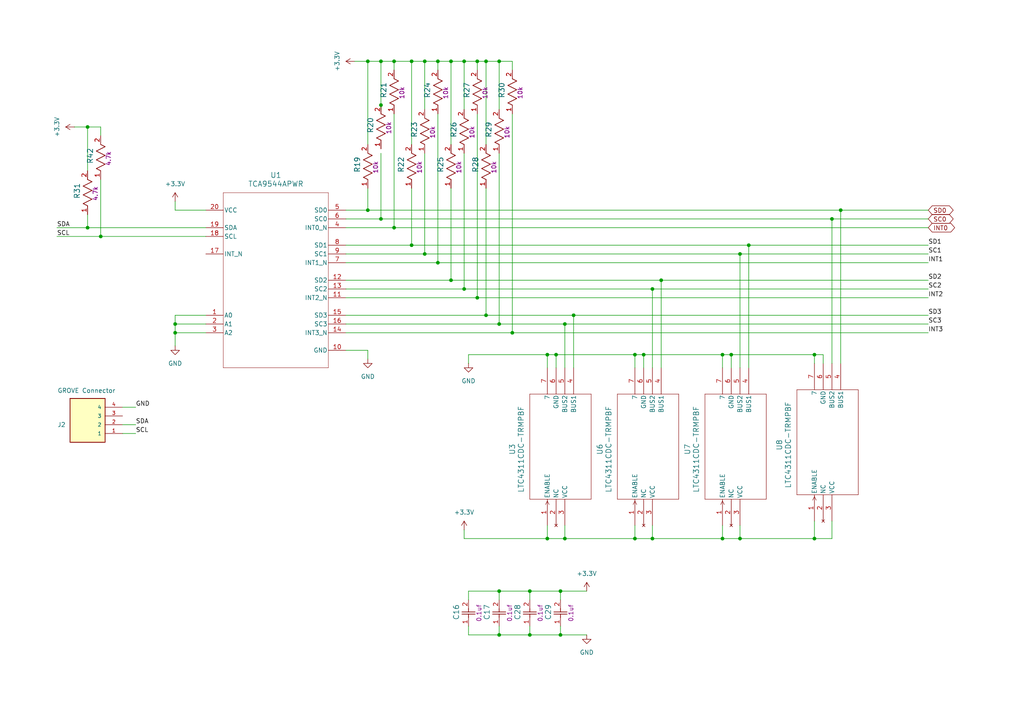
<source format=kicad_sch>
(kicad_sch (version 20250114) (generator "eeschema") (generator_version "9.0")
  (paper "A4")
  (lib_symbols
    (symbol "110990030:110990030" (pin_names (offset 1.016))
      (property "Reference" "J" (at -5.08 5.842 0))
      (property "Value" "110990030" (at -5.08 -8.382 0))
      (symbol "110990030_0_0"
        (rectangle (start -5.08 -7.62) (end 5.08 5.08) (stroke (width 0.254)) (fill (type background)))
        (pin passive line (at -10.16 2.54 0) (length 5.08) (name "1") (number "1"))
        (pin passive line (at -10.16 0 0) (length 5.08) (name "2") (number "2"))
        (pin passive line (at -10.16 -2.54 0) (length 5.08) (name "3") (number "3"))
        (pin passive line (at -10.16 -5.08 0) (length 5.08) (name "4") (number "4"))
      )
    )
    (symbol "2025-04-05_21-56-13:RC0402FR-07820RL" (pin_names (offset 0.254))
      (property "Reference" "R" (at 5.715 3.81 0))
      (property "Value" "RC0402FR-07820RL" (at 6.35 -3.81 0))
      (symbol "RC0402FR-07820RL_1_1"
        (polyline (pts (xy 2.54 0) (xy 3.175 1.27)) (stroke (width 0.2032)))
        (polyline (pts (xy 3.175 1.27) (xy 4.445 -1.27)) (stroke (width 0.2032)))
        (polyline (pts (xy 4.445 -1.27) (xy 5.715 1.27)) (stroke (width 0.2032)))
        (polyline (pts (xy 5.715 1.27) (xy 6.985 -1.27)) (stroke (width 0.2032)))
        (polyline (pts (xy 6.985 -1.27) (xy 8.255 1.27)) (stroke (width 0.2032)))
        (polyline (pts (xy 8.255 1.27) (xy 9.525 -1.27)) (stroke (width 0.2032)))
        (polyline (pts (xy 9.525 -1.27) (xy 10.16 0)) (stroke (width 0.2032)))
        (pin unspecified line (at 0 0 0) (length 2.54) (name "") (number "1"))
        (pin unspecified line (at 12.7 0 180) (length 2.54) (name "") (number "2"))
      )
      (symbol "RC0402FR-07820RL_1_2"
        (polyline (pts (xy -1.27 8.255) (xy 1.27 9.525)) (stroke (width 0.2032)))
        (polyline (pts (xy -1.27 5.715) (xy 1.27 6.985)) (stroke (width 0.2032)))
        (polyline (pts (xy -1.27 3.175) (xy 1.27 4.445)) (stroke (width 0.2032)))
        (polyline (pts (xy 0 2.54) (xy -1.27 3.175)) (stroke (width 0.2032)))
        (polyline (pts (xy 1.27 9.525) (xy 0 10.16)) (stroke (width 0.2032)))
        (polyline (pts (xy 1.27 6.985) (xy -1.27 8.255)) (stroke (width 0.2032)))
        (polyline (pts (xy 1.27 4.445) (xy -1.27 5.715)) (stroke (width 0.2032)))
        (pin unspecified line (at 0 12.7 270) (length 2.54) (name "") (number "1"))
        (pin unspecified line (at 0 0 90) (length 2.54) (name "") (number "2"))
      )
    )
    (symbol "2025-04-20_15-51-24:NMC0402X7R104K50TRPF" (pin_names (offset 0.254))
      (property "Reference" "C" (at 3.81 3.81 0))
      (property "Value" "NMC0402X7R103K16TRP" (at 3.81 -3.81 0))
      (symbol "NMC0402X7R104K50TRPF_1_1"
        (polyline (pts (xy 2.54 0) (xy 3.4798 0)) (stroke (width 0.2032)))
        (polyline (pts (xy 3.4798 -1.905) (xy 3.4798 1.905)) (stroke (width 0.2032)))
        (polyline (pts (xy 4.1148 0) (xy 5.08 0)) (stroke (width 0.2032)))
        (polyline (pts (xy 4.1148 -1.905) (xy 4.1148 1.905)) (stroke (width 0.2032)))
        (pin unspecified line (at 0 0 0) (length 2.54) (name "") (number "1"))
        (pin unspecified line (at 7.62 0 180) (length 2.54) (name "") (number "2"))
      )
      (symbol "NMC0402X7R104K50TRPF_1_2"
        (polyline (pts (xy -1.905 -3.4798) (xy 1.905 -3.4798)) (stroke (width 0.2032)))
        (polyline (pts (xy -1.905 -4.1148) (xy 1.905 -4.1148)) (stroke (width 0.2032)))
        (polyline (pts (xy 0 -2.54) (xy 0 -3.4798)) (stroke (width 0.2032)))
        (polyline (pts (xy 0 -4.1148) (xy 0 -5.08)) (stroke (width 0.2032)))
        (pin unspecified line (at 0 0 270) (length 2.54) (name "") (number "1"))
        (pin unspecified line (at 0 -7.62 90) (length 2.54) (name "") (number "2"))
      )
    )
    (symbol "2025-04-24_15-50-08:TCA9544APWR" (pin_names (offset 0.254))
      (property "Reference" "U" (at 0 2.54 0))
      (property "Value" "TCA9544APWR" (at 0 0 0))
      (symbol "TCA9544APWR_0_1"
        (polyline (pts (xy -15.24 25.4) (xy -15.24 -25.4)) (stroke (width 0.1016)))
        (polyline (pts (xy -15.24 -25.4) (xy 15.24 -25.4)) (stroke (width 0.1016)))
        (polyline (pts (xy 15.24 25.4) (xy -15.24 25.4)) (stroke (width 0.1016)))
        (polyline (pts (xy 15.24 -25.4) (xy 15.24 25.4)) (stroke (width 0.1016)))
        (pin power_in line (at -20.32 20.32 0) (length 5.08) (name "VCC") (number "20"))
        (pin input line (at -20.32 15.24 0) (length 5.08) (name "SDA") (number "19"))
        (pin input line (at -20.32 12.7 0) (length 5.08) (name "SCL") (number "18"))
        (pin output line (at -20.32 7.62 0) (length 5.08) (name "INT_N") (number "17"))
        (pin input line (at -20.32 -10.16 0) (length 5.08) (name "A0") (number "1"))
        (pin input line (at -20.32 -12.7 0) (length 5.08) (name "A1") (number "2"))
        (pin input line (at -20.32 -15.24 0) (length 5.08) (name "A2") (number "3"))
        (pin bidirectional line (at 20.32 20.32 180) (length 5.08) (name "SD0") (number "5"))
        (pin output line (at 20.32 17.78 180) (length 5.08) (name "SC0") (number "6"))
        (pin input line (at 20.32 15.24 180) (length 5.08) (name "INT0_N") (number "4"))
        (pin bidirectional line (at 20.32 10.16 180) (length 5.08) (name "SD1") (number "8"))
        (pin output line (at 20.32 7.62 180) (length 5.08) (name "SC1") (number "9"))
        (pin input line (at 20.32 5.08 180) (length 5.08) (name "INT1_N") (number "7"))
        (pin bidirectional line (at 20.32 0 180) (length 5.08) (name "SD2") (number "12"))
        (pin output line (at 20.32 -2.54 180) (length 5.08) (name "SC2") (number "13"))
        (pin input line (at 20.32 -5.08 180) (length 5.08) (name "INT2_N") (number "11"))
        (pin bidirectional line (at 20.32 -10.16 180) (length 5.08) (name "SD3") (number "15"))
        (pin output line (at 20.32 -12.7 180) (length 5.08) (name "SC3") (number "16"))
        (pin input line (at 20.32 -15.24 180) (length 5.08) (name "INT3_N") (number "14"))
        (pin power_in line (at 20.32 -20.32 180) (length 5.08) (name "GND") (number "10"))
      )
    )
    (symbol "2025-04-26_18-54-02:LTC4311CDC-TRMPBF" (pin_names (offset 0.254))
      (property "Reference" "U" (at 22.86 10.16 0))
      (property "Value" "LTC4311CDC-TRMPBF" (at 22.86 7.62 0))
      (symbol "LTC4311CDC-TRMPBF_0_1"
        (polyline (pts (xy 7.0993 0) (xy 6.0579 0.5207)) (stroke (width 0.127)))
        (polyline (pts (xy 7.0993 0) (xy 6.0579 -0.5207)) (stroke (width 0.127)))
        (polyline (pts (xy 7.62 5.08) (xy 7.62 -12.7)) (stroke (width 0.127)))
        (polyline (pts (xy 7.62 -12.7) (xy 38.1 -12.7)) (stroke (width 0.127)))
        (polyline (pts (xy 38.1 5.08) (xy 7.62 5.08)) (stroke (width 0.127)))
        (polyline (pts (xy 38.1 -12.7) (xy 38.1 5.08)) (stroke (width 0.127)))
        (pin input line (at 0 0 0) (length 7.62) (name "ENABLE") (number "1"))
        (pin no_connect line (at 0 -2.54 0) (length 7.62) (name "NC") (number "2"))
        (pin power_in line (at 0 -5.08 0) (length 7.62) (name "VCC") (number "3"))
        (pin unspecified line (at 45.72 0 180) (length 7.62) (name "7") (number "7"))
        (pin power_in line (at 45.72 -2.54 180) (length 7.62) (name "GND") (number "6"))
        (pin unspecified line (at 45.72 -5.08 180) (length 7.62) (name "BUS2") (number "5"))
        (pin unspecified line (at 45.72 -7.62 180) (length 7.62) (name "BUS1") (number "4"))
      )
    )
    (symbol "power:+3.3V" (power) (pin_numbers (hide yes)) (pin_names (offset 0) (hide yes))
      (property "Value" "+3.3V" (at 0 3.556 0))
      (symbol "+3.3V_0_1"
        (polyline (pts (xy -0.762 1.27) (xy 0 2.54)))
        (polyline (pts (xy 0 2.54) (xy 0.762 1.27)))
        (polyline (pts (xy 0 0) (xy 0 2.54)))
      )
      (symbol "+3.3V_1_1"
        (pin power_in line (at 0 0 90) (length 0) (name "~") (number "1"))
      )
    )
    (symbol "power:GND" (power) (pin_numbers (hide yes)) (pin_names (offset 0) (hide yes))
      (property "Value" "GND" (at 0 -3.81 0))
      (symbol "GND_0_1"
        (polyline (pts (xy 0 0) (xy 0 -1.27) (xy 1.27 -1.27) (xy 0 -2.54) (xy -1.27 -1.27) (xy 0 -1.27)))
      )
      (symbol "GND_1_1"
        (pin power_in line (at 0 0 270) (length 0) (name "~") (number "1"))
      )
    )
  )
  (junction (at 217.17 71.12))
  (junction (at 25.4 36.83))
  (junction (at 144.78 171.45))
  (junction (at 209.55 102.87))
  (junction (at 189.23 156.21))
  (junction (at 144.78 184.15))
  (junction (at 106.68 60.96))
  (junction (at 212.09 102.87))
  (junction (at 163.83 93.98))
  (junction (at 236.22 102.87))
  (junction (at 106.68 17.78))
  (junction (at 214.63 73.66))
  (junction (at 140.97 91.44))
  (junction (at 241.3 63.5))
  (junction (at 189.23 83.82))
  (junction (at 138.43 86.36))
  (junction (at 161.29 102.87))
  (junction (at 214.63 156.21))
  (junction (at 163.83 156.21))
  (junction (at 184.15 156.21))
  (junction (at 153.67 184.15))
  (junction (at 110.49 63.5))
  (junction (at 110.49 30.48))
  (junction (at 191.77 81.28))
  (junction (at 162.56 184.15))
  (junction (at 130.81 17.78))
  (junction (at 134.62 17.78))
  (junction (at 158.75 102.87))
  (junction (at 184.15 102.87))
  (junction (at 134.62 83.82))
  (junction (at 114.3 17.78))
  (junction (at 209.55 156.21))
  (junction (at 127 76.2))
  (junction (at 144.78 17.78))
  (junction (at 186.69 102.87))
  (junction (at 123.19 73.66))
  (junction (at 50.8 93.98))
  (junction (at 153.67 171.45))
  (junction (at 119.38 17.78))
  (junction (at 123.19 17.78))
  (junction (at 158.75 156.21))
  (junction (at 243.84 60.96))
  (junction (at 166.37 91.44))
  (junction (at 162.56 171.45))
  (junction (at 140.97 17.78))
  (junction (at 144.78 93.98))
  (junction (at 130.81 81.28))
  (junction (at 50.8 96.52))
  (junction (at 148.59 96.52))
  (junction (at 236.22 156.21))
  (junction (at 119.38 71.12))
  (junction (at 114.3 66.04))
  (junction (at 138.43 17.78))
  (junction (at 110.49 17.78))
  (junction (at 25.4 66.04))
  (junction (at 127 17.78))
  (junction (at 29.21 68.58))
  (wire (pts (xy 50.8 93.98) (xy 50.8 96.52)))
  (wire (pts (xy 100.33 93.98) (xy 144.78 93.98)))
  (wire (pts (xy 135.89 173.99) (xy 135.89 171.45)))
  (wire (pts (xy 144.78 44.45) (xy 144.78 93.98)))
  (wire (pts (xy 110.49 30.48) (xy 110.49 31.75)))
  (wire (pts (xy 25.4 36.83) (xy 29.21 36.83)))
  (wire (pts (xy 191.77 81.28) (xy 191.77 106.68)))
  (wire (pts (xy 189.23 152.4) (xy 189.23 156.21)))
  (wire (pts (xy 214.63 156.21) (xy 236.22 156.21)))
  (wire (pts (xy 119.38 41.91) (xy 119.38 17.78)))
  (wire (pts (xy 140.97 54.61) (xy 140.97 91.44)))
  (wire (pts (xy 209.55 152.4) (xy 209.55 156.21)))
  (wire (pts (xy 29.21 68.58) (xy 59.69 68.58)))
  (wire (pts (xy 135.89 184.15) (xy 144.78 184.15)))
  (wire (pts (xy 29.21 39.37) (xy 29.21 36.83)))
  (wire (pts (xy 134.62 83.82) (xy 189.23 83.82)))
  (wire (pts (xy 123.19 73.66) (xy 214.63 73.66)))
  (wire (pts (xy 110.49 44.45) (xy 110.49 63.5)))
  (wire (pts (xy 212.09 102.87) (xy 212.09 106.68)))
  (wire (pts (xy 212.09 102.87) (xy 236.22 102.87)))
  (wire (pts (xy 50.8 96.52) (xy 59.69 96.52)))
  (wire (pts (xy 134.62 17.78) (xy 138.43 17.78)))
  (wire (pts (xy 16.51 68.58) (xy 29.21 68.58)))
  (wire (pts (xy 135.89 102.87) (xy 135.89 105.41)))
  (wire (pts (xy 102.87 17.78) (xy 106.68 17.78)))
  (wire (pts (xy 148.59 33.02) (xy 148.59 96.52)))
  (wire (pts (xy 161.29 102.87) (xy 161.29 106.68)))
  (wire (pts (xy 189.23 106.68) (xy 189.23 83.82)))
  (wire (pts (xy 184.15 156.21) (xy 189.23 156.21)))
  (wire (pts (xy 162.56 171.45) (xy 170.18 171.45)))
  (wire (pts (xy 144.78 181.61) (xy 144.78 184.15)))
  (wire (pts (xy 148.59 96.52) (xy 269.24 96.52)))
  (wire (pts (xy 241.3 63.5) (xy 241.3 105.41)))
  (wire (pts (xy 100.33 76.2) (xy 127 76.2)))
  (wire (pts (xy 241.3 156.21) (xy 241.3 151.13)))
  (wire (pts (xy 236.22 102.87) (xy 238.76 102.87)))
  (wire (pts (xy 127 33.02) (xy 127 76.2)))
  (wire (pts (xy 166.37 91.44) (xy 269.24 91.44)))
  (wire (pts (xy 127 17.78) (xy 127 20.32)))
  (wire (pts (xy 138.43 20.32) (xy 138.43 17.78)))
  (wire (pts (xy 130.81 17.78) (xy 130.81 41.91)))
  (wire (pts (xy 236.22 156.21) (xy 241.3 156.21)))
  (wire (pts (xy 191.77 81.28) (xy 269.24 81.28)))
  (wire (pts (xy 153.67 181.61) (xy 153.67 184.15)))
  (wire (pts (xy 50.8 58.42) (xy 50.8 60.96)))
  (wire (pts (xy 166.37 106.68) (xy 166.37 91.44)))
  (wire (pts (xy 163.83 156.21) (xy 184.15 156.21)))
  (wire (pts (xy 138.43 86.36) (xy 269.24 86.36)))
  (wire (pts (xy 100.33 91.44) (xy 140.97 91.44)))
  (wire (pts (xy 158.75 152.4) (xy 158.75 156.21)))
  (wire (pts (xy 114.3 66.04) (xy 269.24 66.04)))
  (wire (pts (xy 114.3 33.02) (xy 114.3 66.04)))
  (wire (pts (xy 184.15 102.87) (xy 184.15 106.68)))
  (wire (pts (xy 209.55 102.87) (xy 209.55 106.68)))
  (wire (pts (xy 134.62 153.67) (xy 134.62 156.21)))
  (wire (pts (xy 241.3 63.5) (xy 269.24 63.5)))
  (wire (pts (xy 238.76 102.87) (xy 238.76 105.41)))
  (wire (pts (xy 184.15 152.4) (xy 184.15 156.21)))
  (wire (pts (xy 114.3 17.78) (xy 119.38 17.78)))
  (wire (pts (xy 106.68 60.96) (xy 243.84 60.96)))
  (wire (pts (xy 135.89 102.87) (xy 158.75 102.87)))
  (wire (pts (xy 144.78 171.45) (xy 153.67 171.45)))
  (wire (pts (xy 158.75 156.21) (xy 163.83 156.21)))
  (wire (pts (xy 144.78 17.78) (xy 148.59 17.78)))
  (wire (pts (xy 214.63 73.66) (xy 269.24 73.66)))
  (wire (pts (xy 140.97 41.91) (xy 140.97 17.78)))
  (wire (pts (xy 134.62 44.45) (xy 134.62 83.82)))
  (wire (pts (xy 127 17.78) (xy 130.81 17.78)))
  (wire (pts (xy 162.56 181.61) (xy 162.56 184.15)))
  (wire (pts (xy 135.89 181.61) (xy 135.89 184.15)))
  (wire (pts (xy 189.23 156.21) (xy 209.55 156.21)))
  (wire (pts (xy 134.62 156.21) (xy 158.75 156.21)))
  (wire (pts (xy 35.56 118.11) (xy 39.37 118.11)))
  (wire (pts (xy 243.84 60.96) (xy 243.84 105.41)))
  (wire (pts (xy 106.68 54.61) (xy 106.68 60.96)))
  (wire (pts (xy 186.69 102.87) (xy 209.55 102.87)))
  (wire (pts (xy 184.15 102.87) (xy 186.69 102.87)))
  (wire (pts (xy 123.19 44.45) (xy 123.19 73.66)))
  (wire (pts (xy 21.59 36.83) (xy 25.4 36.83)))
  (wire (pts (xy 106.68 101.6) (xy 106.68 104.14)))
  (wire (pts (xy 100.33 63.5) (xy 110.49 63.5)))
  (wire (pts (xy 119.38 17.78) (xy 123.19 17.78)))
  (wire (pts (xy 186.69 102.87) (xy 186.69 106.68)))
  (wire (pts (xy 100.33 71.12) (xy 119.38 71.12)))
  (wire (pts (xy 100.33 83.82) (xy 134.62 83.82)))
  (wire (pts (xy 114.3 17.78) (xy 114.3 20.32)))
  (wire (pts (xy 236.22 151.13) (xy 236.22 156.21)))
  (wire (pts (xy 29.21 52.07) (xy 29.21 68.58)))
  (wire (pts (xy 189.23 83.82) (xy 269.24 83.82)))
  (wire (pts (xy 100.33 96.52) (xy 148.59 96.52)))
  (wire (pts (xy 209.55 102.87) (xy 212.09 102.87)))
  (wire (pts (xy 130.81 54.61) (xy 130.81 81.28)))
  (wire (pts (xy 163.83 93.98) (xy 269.24 93.98)))
  (wire (pts (xy 144.78 93.98) (xy 163.83 93.98)))
  (wire (pts (xy 100.33 60.96) (xy 106.68 60.96)))
  (wire (pts (xy 236.22 102.87) (xy 236.22 105.41)))
  (wire (pts (xy 163.83 152.4) (xy 163.83 156.21)))
  (wire (pts (xy 127 76.2) (xy 269.24 76.2)))
  (wire (pts (xy 135.89 171.45) (xy 144.78 171.45)))
  (wire (pts (xy 100.33 86.36) (xy 138.43 86.36)))
  (wire (pts (xy 123.19 17.78) (xy 123.19 31.75)))
  (wire (pts (xy 140.97 17.78) (xy 144.78 17.78)))
  (wire (pts (xy 59.69 66.04) (xy 25.4 66.04)))
  (wire (pts (xy 158.75 102.87) (xy 161.29 102.87)))
  (wire (pts (xy 59.69 91.44) (xy 50.8 91.44)))
  (wire (pts (xy 163.83 93.98) (xy 163.83 106.68)))
  (wire (pts (xy 100.33 66.04) (xy 114.3 66.04)))
  (wire (pts (xy 217.17 71.12) (xy 217.17 106.68)))
  (wire (pts (xy 130.81 17.78) (xy 134.62 17.78)))
  (wire (pts (xy 148.59 17.78) (xy 148.59 20.32)))
  (wire (pts (xy 138.43 17.78) (xy 140.97 17.78)))
  (wire (pts (xy 209.55 156.21) (xy 214.63 156.21)))
  (wire (pts (xy 140.97 91.44) (xy 166.37 91.44)))
  (wire (pts (xy 50.8 96.52) (xy 50.8 100.33)))
  (wire (pts (xy 110.49 63.5) (xy 241.3 63.5)))
  (wire (pts (xy 50.8 91.44) (xy 50.8 93.98)))
  (wire (pts (xy 110.49 17.78) (xy 114.3 17.78)))
  (wire (pts (xy 100.33 73.66) (xy 123.19 73.66)))
  (wire (pts (xy 123.19 17.78) (xy 127 17.78)))
  (wire (pts (xy 25.4 36.83) (xy 25.4 49.53)))
  (wire (pts (xy 100.33 81.28) (xy 130.81 81.28)))
  (wire (pts (xy 119.38 54.61) (xy 119.38 71.12)))
  (wire (pts (xy 214.63 73.66) (xy 214.63 106.68)))
  (wire (pts (xy 100.33 101.6) (xy 106.68 101.6)))
  (wire (pts (xy 144.78 184.15) (xy 153.67 184.15)))
  (wire (pts (xy 138.43 33.02) (xy 138.43 86.36)))
  (wire (pts (xy 134.62 17.78) (xy 134.62 31.75)))
  (wire (pts (xy 25.4 66.04) (xy 16.51 66.04)))
  (wire (pts (xy 35.56 123.19) (xy 39.37 123.19)))
  (wire (pts (xy 110.49 17.78) (xy 110.49 30.48)))
  (wire (pts (xy 144.78 17.78) (xy 144.78 31.75)))
  (wire (pts (xy 153.67 171.45) (xy 153.67 173.99)))
  (wire (pts (xy 162.56 171.45) (xy 162.56 173.99)))
  (wire (pts (xy 243.84 60.96) (xy 269.24 60.96)))
  (wire (pts (xy 25.4 62.23) (xy 25.4 66.04)))
  (wire (pts (xy 217.17 71.12) (xy 269.24 71.12)))
  (wire (pts (xy 35.56 125.73) (xy 39.37 125.73)))
  (wire (pts (xy 106.68 17.78) (xy 106.68 41.91)))
  (wire (pts (xy 162.56 184.15) (xy 170.18 184.15)))
  (wire (pts (xy 158.75 102.87) (xy 158.75 106.68)))
  (wire (pts (xy 153.67 171.45) (xy 162.56 171.45)))
  (wire (pts (xy 59.69 60.96) (xy 50.8 60.96)))
  (wire (pts (xy 106.68 17.78) (xy 110.49 17.78)))
  (wire (pts (xy 161.29 102.87) (xy 184.15 102.87)))
  (wire (pts (xy 144.78 171.45) (xy 144.78 173.99)))
  (wire (pts (xy 119.38 71.12) (xy 217.17 71.12)))
  (wire (pts (xy 214.63 152.4) (xy 214.63 156.21)))
  (wire (pts (xy 153.67 184.15) (xy 162.56 184.15)))
  (wire (pts (xy 50.8 93.98) (xy 59.69 93.98)))
  (wire (pts (xy 130.81 81.28) (xy 191.77 81.28)))
  (label "SC1" (at 269.24 73.66 0))
  (label "SDA" (at 16.51 66.04 0))
  (label "GND" (at 39.37 118.11 0))
  (label "SDA" (at 39.37 123.19 0))
  (label "SD1" (at 269.24 71.12 0))
  (label "SC3" (at 269.24 93.98 0))
  (label "SC2" (at 269.24 83.82 0))
  (label "SCL" (at 39.37 125.73 0))
  (label "INT3" (at 269.24 96.52 0))
  (label "SD2" (at 269.24 81.28 0))
  (label "INT1" (at 269.24 76.2 0))
  (label "SCL" (at 16.51 68.58 0))
  (label "INT2" (at 269.24 86.36 0))
  (label "SD3" (at 269.24 91.44 0))
  (global_label "SD0" (shape bidirectional) (at 269.24 60.96 0) (property "Intersheetrefs" "${INTERSHEET_REFS}" (effects (hide yes))))
  (global_label "SC0" (shape bidirectional) (at 269.24 63.5 0) (property "Intersheetrefs" "${INTERSHEET_REFS}" (effects (hide yes))))
  (global_label "INT0" (shape bidirectional) (at 269.24 66.04 0) (property "Intersheetrefs" "${INTERSHEET_REFS}" (effects (hide yes))))
  (symbol (lib_id "2025-04-05_21-56-13:RC0402FR-07820RL") (at 134.62 44.45 90) (unit 1)
    (property "Reference" "R26" (at 131.572 37.592 0) (effects (font (size 1.524 1.524))))
    (property "Value" "AC0402FR-0710KL" (effects (hide yes)))
    (property "Footprint" "YAG_R0402_YAG" (effects (hide yes)))
    (property "Datasheet" "AC0402FR-0710KL" (effects (hide yes)))
    (property "Description" "10k" (at 136.906 38.354 0))
  )
  (symbol (lib_id "2025-04-05_21-56-13:RC0402FR-07820RL") (at 106.68 54.61 90) (unit 1)
    (property "Reference" "R19" (at 103.632 47.752 0) (effects (font (size 1.524 1.524))))
    (property "Value" "AC0402FR-0710KL" (effects (hide yes)))
    (property "Footprint" "YAG_R0402_YAG" (effects (hide yes)))
    (property "Datasheet" "AC0402FR-0710KL" (effects (hide yes)))
    (property "Description" "10k" (at 108.966 48.514 0))
  )
  (symbol (lib_id "power:GND") (at 135.89 105.41 0) (unit 1)
    (property "Reference" "#PWR011" (effects (hide yes)))
    (property "Value" "GND" (at 135.89 110.49 0))
    (property "Description" "Power symbol creates a global label with name \"GND\" , ground" (effects (hide yes)))
  )
  (symbol (lib_id "2025-04-05_21-56-13:RC0402FR-07820RL") (at 119.38 54.61 90) (unit 1)
    (property "Reference" "R22" (at 116.332 47.752 0) (effects (font (size 1.524 1.524))))
    (property "Value" "AC0402FR-0710KL" (effects (hide yes)))
    (property "Footprint" "YAG_R0402_YAG" (effects (hide yes)))
    (property "Datasheet" "AC0402FR-0710KL" (effects (hide yes)))
    (property "Description" "10k" (at 121.666 48.514 0))
  )
  (symbol (lib_id "110990030:110990030") (at 25.4 123.19 180) (unit 1)
    (property "Reference" "J2" (at 19.05 123.1901 0) (effects (justify left)))
    (property "Value" "GROVE Connector" (at 33.528 113.284 0) (effects (justify left)))
    (property "Footprint" "110990030:SEEED_110990030" (effects (hide yes)))
    (property "MF" "Seeed Technology" (effects (hide yes)))
    (property "MAXIMUM_PACKAGE_HEIGHT" "8.1mm" (effects (hide yes)))
    (property "Package" "None" (effects (hide yes)))
    (property "Price" "None" (effects (hide yes)))
    (property "Check_prices" "https://www.snapeda.com/parts/110990030/Seeed+Studio/view-part/?ref=eda" (effects (hide yes)))
    (property "STANDARD" "Manufacturer Recommendations" (effects (hide yes)))
    (property "PARTREV" "A" (effects (hide yes)))
    (property "SnapEDA_Link" "https://www.snapeda.com/parts/110990030/Seeed+Studio/view-part/?ref=snap" (effects (hide yes)))
    (property "MP" "110990030" (effects (hide yes)))
    (property "Description_1" "GROVE 2MM 4PIN VERT CONN 10PCS" (effects (hide yes)))
    (property "Availability" "In Stock" (effects (hide yes)))
    (property "MANUFACTURER" "Seeed Technology" (effects (hide yes)))
  )
  (symbol (lib_id "power:GND") (at 170.18 184.15 0) (unit 1)
    (property "Reference" "#PWR012" (effects (hide yes)))
    (property "Value" "GND" (at 170.18 189.23 0))
    (property "Description" "Power symbol creates a global label with name \"GND\" , ground" (effects (hide yes)))
  )
  (symbol (lib_id "2025-04-05_21-56-13:RC0402FR-07820RL") (at 127 33.02 90) (unit 1)
    (property "Reference" "R24" (at 123.952 26.162 0) (effects (font (size 1.524 1.524))))
    (property "Value" "AC0402FR-0710KL" (effects (hide yes)))
    (property "Footprint" "YAG_R0402_YAG" (effects (hide yes)))
    (property "Datasheet" "AC0402FR-0710KL" (effects (hide yes)))
    (property "Description" "10k" (at 129.286 26.924 0))
  )
  (symbol (lib_id "power:+3.3V") (at 134.62 153.67 0) (unit 1)
    (property "Reference" "#PWR010" (effects (hide yes)))
    (property "Value" "+3.3V" (at 134.62 148.59 0))
    (property "Description" "Power symbol creates a global label with name \"+3.3V\"" (effects (hide yes)))
  )
  (symbol (lib_id "power:+3.3V") (at 102.87 17.78 90) (unit 1)
    (property "Reference" "#PWR08" (effects (hide yes)))
    (property "Value" "+3.3V" (at 97.79 17.78 0))
    (property "Description" "Power symbol creates a global label with name \"+3.3V\"" (effects (hide yes)))
  )
  (symbol (lib_id "power:+3.3V") (at 50.8 58.42 0) (unit 1)
    (property "Reference" "#PWR05" (effects (hide yes)))
    (property "Value" "+3.3V" (at 50.8 53.34 0))
    (property "Description" "Power symbol creates a global label with name \"+3.3V\"" (effects (hide yes)))
  )
  (symbol (lib_id "2025-04-05_21-56-13:RC0402FR-07820RL") (at 144.78 44.45 90) (unit 1)
    (property "Reference" "R29" (at 141.732 37.592 0) (effects (font (size 1.524 1.524))))
    (property "Value" "AC0402FR-0710KL" (effects (hide yes)))
    (property "Footprint" "YAG_R0402_YAG" (effects (hide yes)))
    (property "Datasheet" "AC0402FR-0710KL" (effects (hide yes)))
    (property "Description" "10k" (at 147.066 38.354 0))
  )
  (symbol (lib_id "2025-04-20_15-51-24:NMC0402X7R104K50TRPF") (at 144.78 181.61 90) (unit 1)
    (property "Reference" "C17" (at 141.224 177.546 0) (effects (font (size 1.524 1.524))))
    (property "Value" "NMC0402X7R104K50TRPF" (effects (hide yes)))
    (property "Footprint" "CAP_NMC0402_NIC" (effects (hide yes)))
    (property "Datasheet" "NMC0402X7R104K50TRPF" (effects (hide yes)))
    (property "Description" "0.1uf" (at 147.828 177.8 0))
  )
  (symbol (lib_id "power:GND") (at 50.8 100.33 0) (unit 1)
    (property "Reference" "#PWR06" (effects (hide yes)))
    (property "Value" "GND" (at 50.8 105.41 0))
    (property "Description" "Power symbol creates a global label with name \"GND\" , ground" (effects (hide yes)))
  )
  (symbol (lib_id "2025-04-05_21-56-13:RC0402FR-07820RL") (at 140.97 54.61 90) (unit 1)
    (property "Reference" "R28" (at 137.922 47.752 0) (effects (font (size 1.524 1.524))))
    (property "Value" "AC0402FR-0710KL" (effects (hide yes)))
    (property "Footprint" "YAG_R0402_YAG" (effects (hide yes)))
    (property "Datasheet" "AC0402FR-0710KL" (effects (hide yes)))
    (property "Description" "10k" (at 143.256 48.514 0))
  )
  (symbol (lib_id "2025-04-05_21-56-13:RC0402FR-07820RL") (at 130.81 54.61 90) (unit 1)
    (property "Reference" "R25" (at 127.762 47.752 0) (effects (font (size 1.524 1.524))))
    (property "Value" "AC0402FR-0710KL" (effects (hide yes)))
    (property "Footprint" "YAG_R0402_YAG" (effects (hide yes)))
    (property "Datasheet" "AC0402FR-0710KL" (effects (hide yes)))
    (property "Description" "10k" (at 133.096 48.514 0))
  )
  (symbol (lib_id "2025-04-05_21-56-13:RC0402FR-07820RL") (at 148.59 33.02 90) (unit 1)
    (property "Reference" "R30" (at 145.542 26.162 0) (effects (font (size 1.524 1.524))))
    (property "Value" "AC0402FR-0710KL" (effects (hide yes)))
    (property "Footprint" "YAG_R0402_YAG" (effects (hide yes)))
    (property "Datasheet" "AC0402FR-0710KL" (effects (hide yes)))
    (property "Description" "10k" (at 150.876 26.924 0))
  )
  (symbol (lib_id "2025-04-26_18-54-02:LTC4311CDC-TRMPBF") (at 184.15 152.4 90) (unit 1)
    (property "Reference" "U6" (at 173.99 130.3211 0) (effects (font (size 1.524 1.524))))
    (property "Value" "LTC4311CDC-TRMPBF" (at 176.53 130.3211 0) (effects (font (size 1.524 1.524))))
    (property "Footprint" "DFN-6_DC_LIT" (effects (hide yes)))
    (property "Datasheet" "LTC4311CDC-TRMPBF" (effects (hide yes)))
  )
  (symbol (lib_id "2025-04-26_18-54-02:LTC4311CDC-TRMPBF") (at 158.75 152.4 90) (unit 1)
    (property "Reference" "U3" (at 148.59 130.3211 0) (effects (font (size 1.524 1.524))))
    (property "Value" "LTC4311CDC-TRMPBF" (at 151.13 130.3211 0) (effects (font (size 1.524 1.524))))
    (property "Footprint" "DFN-6_DC_LIT" (effects (hide yes)))
    (property "Datasheet" "LTC4311CDC-TRMPBF" (effects (hide yes)))
  )
  (symbol (lib_id "2025-04-05_21-56-13:RC0402FR-07820RL") (at 29.21 52.07 90) (unit 1)
    (property "Reference" "R42" (at 26.162 45.212 0) (effects (font (size 1.524 1.524))))
    (property "Value" "AC0402FR-134K7L" (effects (hide yes)))
    (property "Footprint" "YAG_R0402_YAG" (effects (hide yes)))
    (property "Datasheet" "AC0402FR-134K7L" (effects (hide yes)))
    (property "Description" "4.7k" (at 31.496 45.974 0))
  )
  (symbol (lib_id "2025-04-05_21-56-13:RC0402FR-07820RL") (at 114.3 33.02 90) (unit 1)
    (property "Reference" "R21" (at 111.252 26.162 0) (effects (font (size 1.524 1.524))))
    (property "Value" "AC0402FR-0710KL" (effects (hide yes)))
    (property "Footprint" "YAG_R0402_YAG" (effects (hide yes)))
    (property "Datasheet" "AC0402FR-0710KL" (effects (hide yes)))
    (property "Description" "10k" (at 116.586 26.924 0))
  )
  (symbol (lib_id "power:+3.3V") (at 21.59 36.83 90) (unit 1)
    (property "Reference" "#PWR09" (effects (hide yes)))
    (property "Value" "+3.3V" (at 16.51 36.83 0))
    (property "Description" "Power symbol creates a global label with name \"+3.3V\"" (effects (hide yes)))
  )
  (symbol (lib_id "2025-04-20_15-51-24:NMC0402X7R104K50TRPF") (at 153.67 181.61 90) (unit 1)
    (property "Reference" "C28" (at 150.114 177.546 0) (effects (font (size 1.524 1.524))))
    (property "Value" "NMC0402X7R104K50TRPF" (effects (hide yes)))
    (property "Footprint" "CAP_NMC0402_NIC" (effects (hide yes)))
    (property "Datasheet" "NMC0402X7R104K50TRPF" (effects (hide yes)))
    (property "Description" "0.1uf" (at 156.718 177.8 0))
  )
  (symbol (lib_id "2025-04-26_18-54-02:LTC4311CDC-TRMPBF") (at 236.22 151.13 90) (unit 1)
    (property "Reference" "U8" (at 226.06 129.0511 0) (effects (font (size 1.524 1.524))))
    (property "Value" "LTC4311CDC-TRMPBF" (at 228.6 129.0511 0) (effects (font (size 1.524 1.524))))
    (property "Footprint" "DFN-6_DC_LIT" (effects (hide yes)))
    (property "Datasheet" "LTC4311CDC-TRMPBF" (effects (hide yes)))
  )
  (symbol (lib_id "2025-04-26_18-54-02:LTC4311CDC-TRMPBF") (at 209.55 152.4 90) (unit 1)
    (property "Reference" "U7" (at 199.39 130.3211 0) (effects (font (size 1.524 1.524))))
    (property "Value" "LTC4311CDC-TRMPBF" (at 201.93 130.3211 0) (effects (font (size 1.524 1.524))))
    (property "Footprint" "DFN-6_DC_LIT" (effects (hide yes)))
    (property "Datasheet" "LTC4311CDC-TRMPBF" (effects (hide yes)))
  )
  (symbol (lib_id "2025-04-20_15-51-24:NMC0402X7R104K50TRPF") (at 135.89 181.61 90) (unit 1)
    (property "Reference" "C16" (at 132.334 177.546 0) (effects (font (size 1.524 1.524))))
    (property "Value" "NMC0402X7R104K50TRPF" (effects (hide yes)))
    (property "Footprint" "CAP_NMC0402_NIC" (effects (hide yes)))
    (property "Datasheet" "NMC0402X7R104K50TRPF" (effects (hide yes)))
    (property "Description" "0.1uf" (at 138.938 177.8 0))
  )
  (symbol (lib_id "2025-04-05_21-56-13:RC0402FR-07820RL") (at 25.4 62.23 90) (unit 1)
    (property "Reference" "R31" (at 22.352 55.372 0) (effects (font (size 1.524 1.524))))
    (property "Value" "AC0402FR-134K7L" (effects (hide yes)))
    (property "Footprint" "YAG_R0402_YAG" (effects (hide yes)))
    (property "Datasheet" "AC0402FR-134K7L" (effects (hide yes)))
    (property "Description" "4.7k" (at 27.686 56.134 0))
  )
  (symbol (lib_id "2025-04-05_21-56-13:RC0402FR-07820RL") (at 110.49 43.18 90) (unit 1)
    (property "Reference" "R20" (at 107.442 36.322 0) (effects (font (size 1.524 1.524))))
    (property "Value" "AC0402FR-0710KL" (effects (hide yes)))
    (property "Footprint" "YAG_R0402_YAG" (effects (hide yes)))
    (property "Datasheet" "AC0402FR-0710KL" (effects (hide yes)))
    (property "Description" "10k" (at 112.776 37.084 0))
  )
  (symbol (lib_id "power:+3.3V") (at 170.18 171.45 0) (unit 1)
    (property "Reference" "#PWR013" (effects (hide yes)))
    (property "Value" "+3.3V" (at 170.18 166.37 0))
    (property "Description" "Power symbol creates a global label with name \"+3.3V\"" (effects (hide yes)))
  )
  (symbol (lib_id "2025-04-05_21-56-13:RC0402FR-07820RL") (at 138.43 33.02 90) (unit 1)
    (property "Reference" "R27" (at 135.382 26.162 0) (effects (font (size 1.524 1.524))))
    (property "Value" "AC0402FR-0710KL" (effects (hide yes)))
    (property "Footprint" "YAG_R0402_YAG" (effects (hide yes)))
    (property "Datasheet" "AC0402FR-0710KL" (effects (hide yes)))
    (property "Description" "10k" (at 140.716 26.924 0))
  )
  (symbol (lib_id "2025-04-20_15-51-24:NMC0402X7R104K50TRPF") (at 162.56 181.61 90) (unit 1)
    (property "Reference" "C29" (at 159.004 177.546 0) (effects (font (size 1.524 1.524))))
    (property "Value" "NMC0402X7R104K50TRPF" (effects (hide yes)))
    (property "Footprint" "CAP_NMC0402_NIC" (effects (hide yes)))
    (property "Datasheet" "NMC0402X7R104K50TRPF" (effects (hide yes)))
    (property "Description" "0.1uf" (at 165.608 177.8 0))
  )
  (symbol (lib_id "power:GND") (at 106.68 104.14 0) (unit 1)
    (property "Reference" "#PWR07" (effects (hide yes)))
    (property "Value" "GND" (at 106.68 109.22 0))
    (property "Description" "Power symbol creates a global label with name \"GND\" , ground" (effects (hide yes)))
  )
  (symbol (lib_id "2025-04-24_15-50-08:TCA9544APWR") (at 80.01 81.28 0) (unit 1)
    (property "Reference" "U1" (at 80.01 50.8 0) (effects (font (size 1.524 1.524))))
    (property "Value" "TCA9544APWR" (at 80.01 53.34 0) (effects (font (size 1.524 1.524))))
    (property "Footprint" "PW0020A_N" (effects (hide yes)))
    (property "Datasheet" "TCA9544APWR" (effects (hide yes)))
  )
  (symbol (lib_id "2025-04-05_21-56-13:RC0402FR-07820RL") (at 123.19 44.45 90) (unit 1)
    (property "Reference" "R23" (at 120.142 37.592 0) (effects (font (size 1.524 1.524))))
    (property "Value" "AC0402FR-0710KL" (effects (hide yes)))
    (property "Footprint" "YAG_R0402_YAG" (effects (hide yes)))
    (property "Datasheet" "AC0402FR-0710KL" (effects (hide yes)))
    (property "Description" "10k" (at 125.476 38.354 0))
  )
)
</source>
